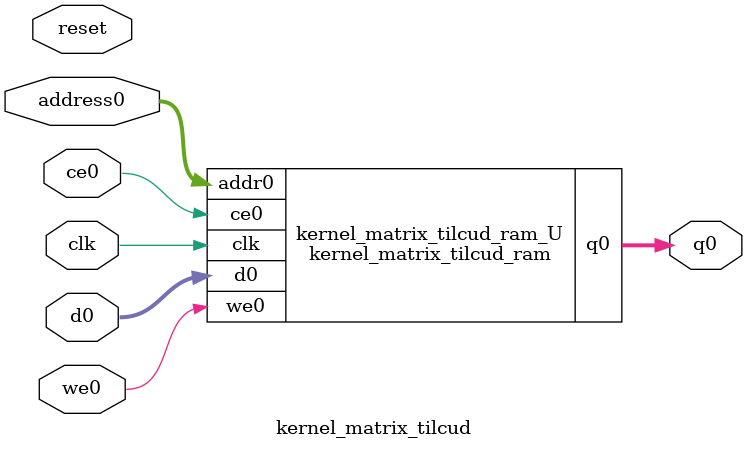
<source format=v>

`timescale 1 ns / 1 ps
module kernel_matrix_tilcud_ram (addr0, ce0, d0, we0, q0,  clk);

parameter DWIDTH = 32;
parameter AWIDTH = 10;
parameter MEM_SIZE = 784;

input[AWIDTH-1:0] addr0;
input ce0;
input[DWIDTH-1:0] d0;
input we0;
output reg[DWIDTH-1:0] q0;
input clk;

(* ram_style = "block" *)reg [DWIDTH-1:0] ram[0:MEM_SIZE-1];




always @(posedge clk)  
begin 
    if (ce0) 
    begin
        if (we0) 
        begin 
            ram[addr0] <= d0; 
            q0 <= d0;
        end 
        else 
            q0 <= ram[addr0];
    end
end


endmodule


`timescale 1 ns / 1 ps
module kernel_matrix_tilcud(
    reset,
    clk,
    address0,
    ce0,
    we0,
    d0,
    q0);

parameter DataWidth = 32'd32;
parameter AddressRange = 32'd784;
parameter AddressWidth = 32'd10;
input reset;
input clk;
input[AddressWidth - 1:0] address0;
input ce0;
input we0;
input[DataWidth - 1:0] d0;
output[DataWidth - 1:0] q0;



kernel_matrix_tilcud_ram kernel_matrix_tilcud_ram_U(
    .clk( clk ),
    .addr0( address0 ),
    .ce0( ce0 ),
    .we0( we0 ),
    .d0( d0 ),
    .q0( q0 ));

endmodule


</source>
